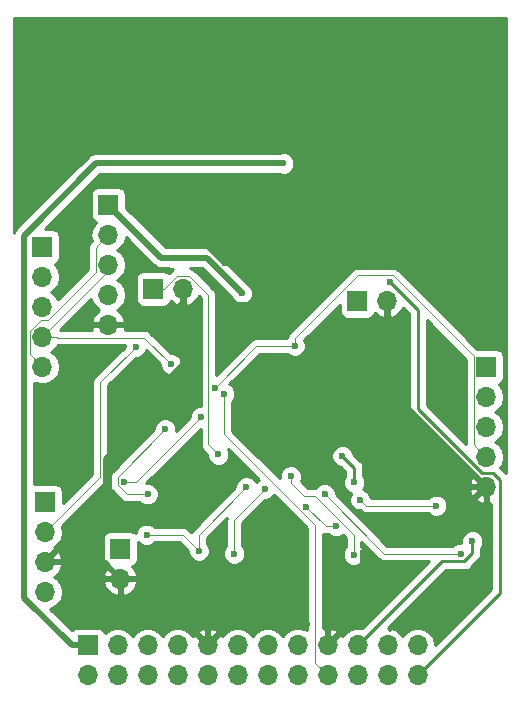
<source format=gbr>
G04 #@! TF.GenerationSoftware,KiCad,Pcbnew,(5.0.0-rc2-196-g73a8d2a9d)*
G04 #@! TF.CreationDate,2018-06-23T20:12:08-07:00*
G04 #@! TF.ProjectId,SMD_Lebowski,534D445F4C65626F77736B692E6B6963,rev?*
G04 #@! TF.SameCoordinates,Original*
G04 #@! TF.FileFunction,Copper,L2,Bot,Signal*
G04 #@! TF.FilePolarity,Positive*
%FSLAX46Y46*%
G04 Gerber Fmt 4.6, Leading zero omitted, Abs format (unit mm)*
G04 Created by KiCad (PCBNEW (5.0.0-rc2-196-g73a8d2a9d)) date Sat Jun 23 20:12:08 2018*
%MOMM*%
%LPD*%
G01*
G04 APERTURE LIST*
G04 #@! TA.AperFunction,ComponentPad*
%ADD10R,1.700000X1.700000*%
G04 #@! TD*
G04 #@! TA.AperFunction,ComponentPad*
%ADD11O,1.700000X1.700000*%
G04 #@! TD*
G04 #@! TA.AperFunction,ViaPad*
%ADD12C,0.600000*%
G04 #@! TD*
G04 #@! TA.AperFunction,ViaPad*
%ADD13C,3.000000*%
G04 #@! TD*
G04 #@! TA.AperFunction,Conductor*
%ADD14C,0.500000*%
G04 #@! TD*
G04 #@! TA.AperFunction,Conductor*
%ADD15C,0.250000*%
G04 #@! TD*
G04 #@! TA.AperFunction,Conductor*
%ADD16C,0.050000*%
G04 #@! TD*
G04 #@! TA.AperFunction,Conductor*
%ADD17C,0.254000*%
G04 #@! TD*
G04 APERTURE END LIST*
D10*
G04 #@! TO.P,P1,1*
G04 #@! TO.N,NRES*
X133096000Y-99060000D03*
D11*
G04 #@! TO.P,P1,2*
G04 #@! TO.N,+5V*
X133096000Y-101600000D03*
G04 #@! TO.P,P1,3*
G04 #@! TO.N,GND*
X133096000Y-104140000D03*
G04 #@! TO.P,P1,4*
G04 #@! TO.N,HALL2*
X133096000Y-106680000D03*
G04 #@! TO.P,P1,5*
G04 #@! TO.N,HALL1*
X133096000Y-109220000D03*
G04 #@! TD*
D10*
G04 #@! TO.P,P2,1*
G04 #@! TO.N,+5V*
X138684000Y-95504000D03*
D11*
G04 #@! TO.P,P2,2*
G04 #@! TO.N,HALL1*
X138684000Y-98044000D03*
G04 #@! TO.P,P2,3*
G04 #@! TO.N,HALL2*
X138684000Y-100584000D03*
G04 #@! TO.P,P2,4*
G04 #@! TO.N,HALL3*
X138684000Y-103124000D03*
G04 #@! TO.P,P2,5*
G04 #@! TO.N,GND*
X138684000Y-105664000D03*
G04 #@! TD*
D10*
G04 #@! TO.P,P3,1*
G04 #@! TO.N,+5V*
X170688000Y-109220000D03*
D11*
G04 #@! TO.P,P3,2*
G04 #@! TO.N,TH2*
X170688000Y-111760000D03*
G04 #@! TO.P,P3,3*
G04 #@! TO.N,TH1*
X170688000Y-114300000D03*
G04 #@! TO.P,P3,4*
G04 #@! TO.N,REV*
X170688000Y-116840000D03*
G04 #@! TO.P,P3,5*
G04 #@! TO.N,GND*
X170688000Y-119380000D03*
G04 #@! TD*
D10*
G04 #@! TO.P,P4,1*
G04 #@! TO.N,+15V*
X136930000Y-132790000D03*
D11*
G04 #@! TO.P,P4,2*
G04 #@! TO.N,+5V*
X136930000Y-135330000D03*
G04 #@! TO.P,P4,3*
G04 #@! TO.N,GLC*
X139470000Y-132790000D03*
G04 #@! TO.P,P4,4*
G04 #@! TO.N,GUC*
X139470000Y-135330000D03*
G04 #@! TO.P,P4,5*
G04 #@! TO.N,GLB*
X142010000Y-132790000D03*
G04 #@! TO.P,P4,6*
G04 #@! TO.N,GUB*
X142010000Y-135330000D03*
G04 #@! TO.P,P4,7*
G04 #@! TO.N,GLA*
X144550000Y-132790000D03*
G04 #@! TO.P,P4,8*
G04 #@! TO.N,GUA*
X144550000Y-135330000D03*
G04 #@! TO.P,P4,9*
G04 #@! TO.N,GND*
X147090000Y-132790000D03*
G04 #@! TO.P,P4,10*
G04 #@! TO.N,IA*
X147090000Y-135330000D03*
G04 #@! TO.P,P4,11*
G04 #@! TO.N,IB*
X149630000Y-132790000D03*
G04 #@! TO.P,P4,12*
G04 #@! TO.N,IC*
X149630000Y-135330000D03*
G04 #@! TO.P,P4,13*
G04 #@! TO.N,AFB*
X152170000Y-132790000D03*
G04 #@! TO.P,P4,14*
G04 #@! TO.N,BAT*
X152170000Y-135330000D03*
G04 #@! TO.P,P4,15*
G04 #@! TO.N,CFB*
X154710000Y-132790000D03*
G04 #@! TO.P,P4,16*
G04 #@! TO.N,BFB*
X154710000Y-135330000D03*
G04 #@! TO.P,P4,17*
G04 #@! TO.N,GND*
X157250000Y-132790000D03*
G04 #@! TO.P,P4,18*
G04 #@! TO.N,READY*
X157250000Y-135330000D03*
G04 #@! TO.P,P4,19*
G04 #@! TO.N,+5V*
X159790000Y-132790000D03*
G04 #@! TO.P,P4,20*
G04 #@! TO.N,TEMP*
X159790000Y-135330000D03*
G04 #@! TO.P,P4,21*
G04 #@! TO.N,GND*
X162330000Y-132790000D03*
G04 #@! TO.P,P4,22*
G04 #@! TO.N,Net-(P4-Pad22)*
X162330000Y-135330000D03*
G04 #@! TO.P,P4,23*
G04 #@! TO.N,Net-(P4-Pad23)*
X164870000Y-132790000D03*
G04 #@! TO.P,P4,24*
G04 #@! TO.N,BPOW*
X164870000Y-135330000D03*
G04 #@! TD*
D10*
G04 #@! TO.P,P5,1*
G04 #@! TO.N,RCAN*
X139700000Y-124610000D03*
D11*
G04 #@! TO.P,P5,2*
G04 #@! TO.N,GND*
X139700000Y-127150000D03*
G04 #@! TD*
D10*
G04 #@! TO.P,P7,1*
G04 #@! TO.N,NRES*
X142494000Y-102616000D03*
D11*
G04 #@! TO.P,P7,2*
G04 #@! TO.N,GND*
X145034000Y-102616000D03*
G04 #@! TD*
D10*
G04 #@! TO.P,P8,1*
G04 #@! TO.N,SETUP*
X159766000Y-103632000D03*
D11*
G04 #@! TO.P,P8,2*
G04 #@! TO.N,GND*
X162306000Y-103632000D03*
G04 #@! TD*
D10*
G04 #@! TO.P,P6,1*
G04 #@! TO.N,Net-(P6-Pad1)*
X133350000Y-120650000D03*
D11*
G04 #@! TO.P,P6,2*
G04 #@! TO.N,Net-(P6-Pad2)*
X133350000Y-123190000D03*
G04 #@! TO.P,P6,3*
G04 #@! TO.N,GND*
X133350000Y-125730000D03*
G04 #@! TO.P,P6,4*
G04 #@! TO.N,N/C*
X133350000Y-128270000D03*
G04 #@! TD*
D12*
G04 #@! TO.N,+5V*
X150000000Y-103000000D03*
X144000000Y-100000000D03*
X159500000Y-119000000D03*
X158500000Y-116772500D03*
X169500000Y-124000000D03*
D13*
G04 #@! TO.N,GND*
X165960000Y-92210000D03*
D12*
X150000000Y-90500000D03*
X142000000Y-81500000D03*
X148530331Y-100469669D03*
X143448962Y-95449963D03*
X143500000Y-91000000D03*
X149988497Y-104018928D03*
X164000000Y-117000000D03*
X163500000Y-114500000D03*
X137000000Y-121000000D03*
X140500000Y-115000000D03*
X155340001Y-123595232D03*
X150500000Y-122500000D03*
X160230108Y-124947703D03*
X163000000Y-124000000D03*
X160000000Y-121500000D03*
X155511232Y-131011232D03*
X135500000Y-111500000D03*
X166500000Y-111000000D03*
G04 #@! TO.N,Net-(C2-Pad1)*
X149340000Y-125025000D03*
X151950000Y-119560000D03*
G04 #@! TO.N,Net-(C10-Pad1)*
X141920000Y-123430000D03*
X146350000Y-124800000D03*
X150360000Y-119410000D03*
G04 #@! TO.N,+15V*
X153500000Y-92000000D03*
G04 #@! TO.N,AFB*
X157950000Y-122725000D03*
X155450000Y-121075000D03*
G04 #@! TO.N,BFB*
X160000000Y-120500000D03*
X166447999Y-120973998D03*
G04 #@! TO.N,CFB*
X159450000Y-125125000D03*
X154125000Y-118500000D03*
G04 #@! TO.N,BAT*
X168500000Y-125040002D03*
X157000000Y-120000000D03*
G04 #@! TO.N,NRES*
X148000000Y-116641000D03*
G04 #@! TO.N,HALL2*
X144000000Y-109000000D03*
G04 #@! TO.N,REV*
X147675000Y-111000000D03*
X154475000Y-107450000D03*
G04 #@! TO.N,READY*
X148500000Y-111500000D03*
G04 #@! TO.N,BPOW*
X162500000Y-102000000D03*
G04 #@! TO.N,RCAN*
X142000000Y-120000000D03*
X143500000Y-114500000D03*
G04 #@! TO.N,Net-(P6-Pad2)*
X141000000Y-107500000D03*
G04 #@! TO.N,TCAN*
X140000000Y-119000000D03*
X146500000Y-113500000D03*
G04 #@! TD*
D14*
G04 #@! TO.N,+5V*
X150000000Y-103000000D02*
X147000000Y-100000000D01*
X147000000Y-100000000D02*
X144000000Y-100000000D01*
X143180000Y-100000000D02*
X138684000Y-95504000D01*
X144000000Y-100000000D02*
X143180000Y-100000000D01*
D15*
X169500000Y-124965004D02*
X169500000Y-124000000D01*
X168800001Y-125665003D02*
X169500000Y-124965004D01*
X159790000Y-132790000D02*
X166914997Y-125665003D01*
X166914997Y-125665003D02*
X168800001Y-125665003D01*
X159500000Y-117772500D02*
X158500000Y-116772500D01*
X159500000Y-119000000D02*
X159500000Y-117772500D01*
D14*
G04 #@! TO.N,GND*
X162306000Y-110998000D02*
X162306000Y-103632000D01*
X170688000Y-119380000D02*
X162306000Y-110998000D01*
X139886081Y-105664000D02*
X138684000Y-105664000D01*
X143188081Y-105664000D02*
X139886081Y-105664000D01*
X145034000Y-103818081D02*
X143188081Y-105664000D01*
X138280000Y-125730000D02*
X139700000Y-127150000D01*
X133350000Y-125730000D02*
X138280000Y-125730000D01*
X150000000Y-90500000D02*
X150000000Y-89500000D01*
X150000000Y-89500000D02*
X142000000Y-81500000D01*
X148530331Y-100469669D02*
X143510625Y-95449963D01*
X143510625Y-95449963D02*
X143448962Y-95449963D01*
X150000000Y-90500000D02*
X144000000Y-90500000D01*
X144000000Y-90500000D02*
X143500000Y-91000000D01*
X164250000Y-90500000D02*
X150000000Y-90500000D01*
X165960000Y-92210000D02*
X164250000Y-90500000D01*
X165960000Y-92210000D02*
X154151072Y-104018928D01*
X154151072Y-104018928D02*
X149988497Y-104018928D01*
X166380000Y-119380000D02*
X170688000Y-119380000D01*
X164000000Y-117000000D02*
X166380000Y-119380000D01*
X164000000Y-117000000D02*
X164000000Y-115000000D01*
X164000000Y-115000000D02*
X163500000Y-114500000D01*
X141450000Y-127150000D02*
X147090000Y-132790000D01*
X139700000Y-127150000D02*
X141450000Y-127150000D01*
X133350000Y-125730000D02*
X137000000Y-122080000D01*
X137000000Y-122080000D02*
X137000000Y-121000000D01*
X138475010Y-117024990D02*
X140500000Y-115000000D01*
X137000000Y-121000000D02*
X138475010Y-119524990D01*
X138475010Y-119524990D02*
X138475010Y-117024990D01*
X145034000Y-103818081D02*
X145034000Y-102616000D01*
X145034000Y-109076002D02*
X145034000Y-103818081D01*
X140500000Y-113610002D02*
X145034000Y-109076002D01*
X140500000Y-115000000D02*
X140500000Y-113610002D01*
X147090000Y-132790000D02*
X155340001Y-124539999D01*
X155340001Y-124539999D02*
X155340001Y-123595232D01*
X151595232Y-123595232D02*
X155340001Y-123595232D01*
X150500000Y-122500000D02*
X151595232Y-123595232D01*
X157250000Y-132790000D02*
X160230108Y-129809892D01*
X160230108Y-129809892D02*
X160230108Y-124947703D01*
X163000000Y-124000000D02*
X162500000Y-124000000D01*
X162500000Y-124000000D02*
X160000000Y-121500000D01*
X166068000Y-124000000D02*
X170688000Y-119380000D01*
X163000000Y-124000000D02*
X166068000Y-124000000D01*
X148868768Y-131011232D02*
X147090000Y-132790000D01*
X155511232Y-131011232D02*
X148868768Y-131011232D01*
D16*
G04 #@! TO.N,Net-(C2-Pad1)*
X149340000Y-125025000D02*
X149340000Y-122170000D01*
X149340000Y-122170000D02*
X151950000Y-119560000D01*
G04 #@! TO.N,Net-(C10-Pad1)*
X141920000Y-123430000D02*
X144980000Y-123430000D01*
X144980000Y-123430000D02*
X146350000Y-124800000D01*
X146350000Y-124800000D02*
X146350000Y-123420000D01*
X146350000Y-123420000D02*
X150360000Y-119410000D01*
D14*
G04 #@! TO.N,+15V*
X137645998Y-92000000D02*
X153500000Y-92000000D01*
X131545989Y-98100009D02*
X137645998Y-92000000D01*
X131545989Y-128755989D02*
X131545989Y-98100009D01*
X136930000Y-132790000D02*
X135580000Y-132790000D01*
X135580000Y-132790000D02*
X131545989Y-128755989D01*
D16*
G04 #@! TO.N,AFB*
X157950000Y-122725000D02*
X157100000Y-122725000D01*
X157100000Y-122725000D02*
X155450000Y-121075000D01*
G04 #@! TO.N,BFB*
X160000000Y-120500000D02*
X160473998Y-120973998D01*
X160473998Y-120973998D02*
X166447999Y-120973998D01*
G04 #@! TO.N,CFB*
X159450000Y-123447998D02*
X156177002Y-120175000D01*
X159450000Y-125125000D02*
X159450000Y-123447998D01*
X156177002Y-120175000D02*
X155275000Y-120175000D01*
X155275000Y-120175000D02*
X154125000Y-119025000D01*
X154125000Y-119025000D02*
X154125000Y-118500000D01*
G04 #@! TO.N,BAT*
X168500000Y-125040002D02*
X162040002Y-125040002D01*
X162040002Y-125040002D02*
X157000000Y-120000000D01*
G04 #@! TO.N,NRES*
X143394000Y-102616000D02*
X142494000Y-102616000D01*
X144469001Y-101540999D02*
X143394000Y-102616000D01*
X147149999Y-103140997D02*
X145550001Y-101540999D01*
X145550001Y-101540999D02*
X144469001Y-101540999D01*
X147149999Y-115790999D02*
X147149999Y-103140997D01*
X148000000Y-116641000D02*
X147149999Y-115790999D01*
G04 #@! TO.N,HALL2*
X138684000Y-101092000D02*
X138684000Y-100584000D01*
X133096000Y-106680000D02*
X138684000Y-101092000D01*
X134298081Y-106680000D02*
X133096000Y-106680000D01*
X134357082Y-106739001D02*
X134298081Y-106680000D01*
X141739001Y-106739001D02*
X134357082Y-106739001D01*
X144000000Y-109000000D02*
X141739001Y-106739001D01*
G04 #@! TO.N,HALL1*
X137834001Y-98893999D02*
X138684000Y-98044000D01*
X137608999Y-99119001D02*
X137834001Y-98893999D01*
X137608999Y-101218003D02*
X137608999Y-99119001D01*
X133612001Y-105215001D02*
X137608999Y-101218003D01*
X132969997Y-105215001D02*
X133612001Y-105215001D01*
X132020999Y-106163999D02*
X132969997Y-105215001D01*
X132020999Y-108144999D02*
X132020999Y-106163999D01*
X133096000Y-109220000D02*
X132020999Y-108144999D01*
G04 #@! TO.N,REV*
X147675000Y-111000000D02*
X151225000Y-107450000D01*
X151225000Y-107450000D02*
X154475000Y-107450000D01*
X169838001Y-115990001D02*
X170688000Y-116840000D01*
X169612999Y-115764999D02*
X169838001Y-115990001D01*
X169612999Y-108335997D02*
X169612999Y-115764999D01*
X162752001Y-101474999D02*
X169612999Y-108335997D01*
X159817999Y-101474999D02*
X162752001Y-101474999D01*
X154475000Y-106817998D02*
X159817999Y-101474999D01*
X154475000Y-107450000D02*
X154475000Y-106817998D01*
G04 #@! TO.N,READY*
X148500000Y-114902002D02*
X148500000Y-111500000D01*
X156174999Y-122577001D02*
X148500000Y-114902002D01*
X157250000Y-135330000D02*
X156174999Y-134254999D01*
X156174999Y-134254999D02*
X156174999Y-122577001D01*
D15*
G04 #@! TO.N,BPOW*
X164870000Y-135330000D02*
X171863001Y-128336999D01*
X171863001Y-128336999D02*
X171863001Y-118815999D01*
X171863001Y-118815999D02*
X171252001Y-118204999D01*
X171252001Y-118204999D02*
X170326185Y-118204999D01*
X164870000Y-104370000D02*
X162500000Y-102000000D01*
X170326185Y-118204999D02*
X164870000Y-112748814D01*
X164870000Y-112748814D02*
X164870000Y-104370000D01*
D16*
G04 #@! TO.N,RCAN*
X139474999Y-118525001D02*
X143500000Y-114500000D01*
X139474999Y-119252001D02*
X139474999Y-118525001D01*
X142000000Y-120000000D02*
X140222998Y-120000000D01*
X140222998Y-120000000D02*
X139474999Y-119252001D01*
G04 #@! TO.N,Net-(P6-Pad2)*
X138000000Y-110500000D02*
X141000000Y-107500000D01*
X133350000Y-123190000D02*
X138000000Y-118540000D01*
X138000000Y-118540000D02*
X138000000Y-110500000D01*
G04 #@! TO.N,TCAN*
X140000000Y-119000000D02*
X141000000Y-119000000D01*
X141000000Y-119000000D02*
X146500000Y-113500000D01*
G04 #@! TD*
D17*
G04 #@! TO.N,GND*
G36*
X142492577Y-100564156D02*
X142541951Y-100638049D01*
X142615844Y-100687423D01*
X142615845Y-100687424D01*
X142642672Y-100705349D01*
X142834690Y-100833652D01*
X143092835Y-100885000D01*
X143092839Y-100885000D01*
X143179999Y-100902337D01*
X143267159Y-100885000D01*
X143693306Y-100885000D01*
X143814017Y-100935000D01*
X144185983Y-100935000D01*
X144191224Y-100932829D01*
X144147050Y-100962345D01*
X144059893Y-101020582D01*
X143993168Y-101065166D01*
X143956348Y-101120271D01*
X143781799Y-101294820D01*
X143591765Y-101167843D01*
X143344000Y-101118560D01*
X141644000Y-101118560D01*
X141396235Y-101167843D01*
X141186191Y-101308191D01*
X141045843Y-101518235D01*
X140996560Y-101766000D01*
X140996560Y-103466000D01*
X141045843Y-103713765D01*
X141186191Y-103923809D01*
X141396235Y-104064157D01*
X141644000Y-104113440D01*
X143344000Y-104113440D01*
X143591765Y-104064157D01*
X143801809Y-103923809D01*
X143942157Y-103713765D01*
X143962739Y-103610292D01*
X144267076Y-103887645D01*
X144677110Y-104057476D01*
X144907000Y-103936155D01*
X144907000Y-102743000D01*
X144887000Y-102743000D01*
X144887000Y-102489000D01*
X144907000Y-102489000D01*
X144907000Y-102469000D01*
X145161000Y-102469000D01*
X145161000Y-102489000D01*
X145181000Y-102489000D01*
X145181000Y-102743000D01*
X145161000Y-102743000D01*
X145161000Y-103936155D01*
X145390890Y-104057476D01*
X145800924Y-103887645D01*
X146229183Y-103497358D01*
X146339045Y-103263424D01*
X146490000Y-103414379D01*
X146489999Y-112565000D01*
X146314017Y-112565000D01*
X145970365Y-112707345D01*
X145707345Y-112970365D01*
X145565000Y-113314017D01*
X145565000Y-113501619D01*
X144435000Y-114631619D01*
X144435000Y-114314017D01*
X144292655Y-113970365D01*
X144029635Y-113707345D01*
X143685983Y-113565000D01*
X143314017Y-113565000D01*
X142970365Y-113707345D01*
X142707345Y-113970365D01*
X142565000Y-114314017D01*
X142565000Y-114501619D01*
X139054272Y-118012348D01*
X138999167Y-118049168D01*
X138962347Y-118104273D01*
X138962345Y-118104275D01*
X138908529Y-118184817D01*
X138853294Y-118267482D01*
X138814999Y-118459998D01*
X138814999Y-118460003D01*
X138802070Y-118525001D01*
X138814999Y-118589999D01*
X138814999Y-119187003D01*
X138802070Y-119252001D01*
X138814999Y-119316999D01*
X138814999Y-119317003D01*
X138853293Y-119509519D01*
X138911942Y-119597294D01*
X138944959Y-119646706D01*
X138999166Y-119727833D01*
X139054272Y-119764654D01*
X139710345Y-120420728D01*
X139747165Y-120475833D01*
X139965479Y-120621706D01*
X140157995Y-120660000D01*
X140157999Y-120660000D01*
X140222997Y-120672929D01*
X140287995Y-120660000D01*
X141337710Y-120660000D01*
X141470365Y-120792655D01*
X141814017Y-120935000D01*
X142185983Y-120935000D01*
X142529635Y-120792655D01*
X142792655Y-120529635D01*
X142935000Y-120185983D01*
X142935000Y-119814017D01*
X142792655Y-119470365D01*
X142529635Y-119207345D01*
X142185983Y-119065000D01*
X141868380Y-119065000D01*
X146489999Y-114443382D01*
X146489999Y-115726001D01*
X146477070Y-115790999D01*
X146489999Y-115855997D01*
X146489999Y-115856001D01*
X146528293Y-116048517D01*
X146528294Y-116048518D01*
X146619973Y-116185725D01*
X146674166Y-116266831D01*
X146729272Y-116303652D01*
X147065000Y-116639380D01*
X147065000Y-116826983D01*
X147207345Y-117170635D01*
X147470365Y-117433655D01*
X147814017Y-117576000D01*
X148185983Y-117576000D01*
X148529635Y-117433655D01*
X148792655Y-117170635D01*
X148935000Y-116826983D01*
X148935000Y-116455017D01*
X148804444Y-116139826D01*
X151428566Y-118763948D01*
X151420365Y-118767345D01*
X151197963Y-118989747D01*
X151152655Y-118880365D01*
X150889635Y-118617345D01*
X150545983Y-118475000D01*
X150174017Y-118475000D01*
X149830365Y-118617345D01*
X149567345Y-118880365D01*
X149425000Y-119224017D01*
X149425000Y-119411619D01*
X145929273Y-122907347D01*
X145874168Y-122944167D01*
X145837348Y-122999272D01*
X145837346Y-122999274D01*
X145728295Y-123162481D01*
X145714618Y-123231238D01*
X145492655Y-123009275D01*
X145455833Y-122954167D01*
X145237519Y-122808294D01*
X145045003Y-122770000D01*
X145044998Y-122770000D01*
X144980000Y-122757071D01*
X144915002Y-122770000D01*
X142582290Y-122770000D01*
X142449635Y-122637345D01*
X142105983Y-122495000D01*
X141734017Y-122495000D01*
X141390365Y-122637345D01*
X141127345Y-122900365D01*
X140985000Y-123244017D01*
X140985000Y-123286950D01*
X140797765Y-123161843D01*
X140550000Y-123112560D01*
X138850000Y-123112560D01*
X138602235Y-123161843D01*
X138392191Y-123302191D01*
X138251843Y-123512235D01*
X138202560Y-123760000D01*
X138202560Y-125460000D01*
X138251843Y-125707765D01*
X138392191Y-125917809D01*
X138602235Y-126058157D01*
X138705708Y-126078739D01*
X138428355Y-126383076D01*
X138258524Y-126793110D01*
X138379845Y-127023000D01*
X139573000Y-127023000D01*
X139573000Y-127003000D01*
X139827000Y-127003000D01*
X139827000Y-127023000D01*
X141020155Y-127023000D01*
X141141476Y-126793110D01*
X140971645Y-126383076D01*
X140694292Y-126078739D01*
X140797765Y-126058157D01*
X141007809Y-125917809D01*
X141148157Y-125707765D01*
X141197440Y-125460000D01*
X141197440Y-124029730D01*
X141390365Y-124222655D01*
X141734017Y-124365000D01*
X142105983Y-124365000D01*
X142449635Y-124222655D01*
X142582290Y-124090000D01*
X144706620Y-124090000D01*
X145415000Y-124798381D01*
X145415000Y-124985983D01*
X145557345Y-125329635D01*
X145820365Y-125592655D01*
X146164017Y-125735000D01*
X146535983Y-125735000D01*
X146879635Y-125592655D01*
X147142655Y-125329635D01*
X147285000Y-124985983D01*
X147285000Y-124614017D01*
X147142655Y-124270365D01*
X147010000Y-124137710D01*
X147010000Y-123693380D01*
X148700267Y-122003113D01*
X148667071Y-122170000D01*
X148680001Y-122235003D01*
X148680000Y-124362710D01*
X148547345Y-124495365D01*
X148405000Y-124839017D01*
X148405000Y-125210983D01*
X148547345Y-125554635D01*
X148810365Y-125817655D01*
X149154017Y-125960000D01*
X149525983Y-125960000D01*
X149869635Y-125817655D01*
X150132655Y-125554635D01*
X150275000Y-125210983D01*
X150275000Y-124839017D01*
X150132655Y-124495365D01*
X150000000Y-124362710D01*
X150000000Y-122443380D01*
X151948381Y-120495000D01*
X152135983Y-120495000D01*
X152479635Y-120352655D01*
X152742655Y-120089635D01*
X152746052Y-120081434D01*
X155515000Y-122850383D01*
X155514999Y-131541890D01*
X155289418Y-131391161D01*
X154856256Y-131305000D01*
X154563744Y-131305000D01*
X154130582Y-131391161D01*
X153639375Y-131719375D01*
X153440000Y-132017761D01*
X153240625Y-131719375D01*
X152749418Y-131391161D01*
X152316256Y-131305000D01*
X152023744Y-131305000D01*
X151590582Y-131391161D01*
X151099375Y-131719375D01*
X150900000Y-132017761D01*
X150700625Y-131719375D01*
X150209418Y-131391161D01*
X149776256Y-131305000D01*
X149483744Y-131305000D01*
X149050582Y-131391161D01*
X148559375Y-131719375D01*
X148346157Y-132038478D01*
X148285183Y-131908642D01*
X147856924Y-131518355D01*
X147446890Y-131348524D01*
X147217000Y-131469845D01*
X147217000Y-132663000D01*
X147237000Y-132663000D01*
X147237000Y-132917000D01*
X147217000Y-132917000D01*
X147217000Y-132937000D01*
X146963000Y-132937000D01*
X146963000Y-132917000D01*
X146943000Y-132917000D01*
X146943000Y-132663000D01*
X146963000Y-132663000D01*
X146963000Y-131469845D01*
X146733110Y-131348524D01*
X146323076Y-131518355D01*
X145894817Y-131908642D01*
X145833843Y-132038478D01*
X145620625Y-131719375D01*
X145129418Y-131391161D01*
X144696256Y-131305000D01*
X144403744Y-131305000D01*
X143970582Y-131391161D01*
X143479375Y-131719375D01*
X143280000Y-132017761D01*
X143080625Y-131719375D01*
X142589418Y-131391161D01*
X142156256Y-131305000D01*
X141863744Y-131305000D01*
X141430582Y-131391161D01*
X140939375Y-131719375D01*
X140740000Y-132017761D01*
X140540625Y-131719375D01*
X140049418Y-131391161D01*
X139616256Y-131305000D01*
X139323744Y-131305000D01*
X138890582Y-131391161D01*
X138399375Y-131719375D01*
X138387184Y-131737619D01*
X138378157Y-131692235D01*
X138237809Y-131482191D01*
X138027765Y-131341843D01*
X137780000Y-131292560D01*
X136080000Y-131292560D01*
X135832235Y-131341843D01*
X135622191Y-131482191D01*
X135582769Y-131541190D01*
X133746752Y-129705173D01*
X133929418Y-129668839D01*
X134420625Y-129340625D01*
X134748839Y-128849418D01*
X134864092Y-128270000D01*
X134748839Y-127690582D01*
X134626100Y-127506890D01*
X138258524Y-127506890D01*
X138428355Y-127916924D01*
X138818642Y-128345183D01*
X139343108Y-128591486D01*
X139573000Y-128470819D01*
X139573000Y-127277000D01*
X139827000Y-127277000D01*
X139827000Y-128470819D01*
X140056892Y-128591486D01*
X140581358Y-128345183D01*
X140971645Y-127916924D01*
X141141476Y-127506890D01*
X141020155Y-127277000D01*
X139827000Y-127277000D01*
X139573000Y-127277000D01*
X138379845Y-127277000D01*
X138258524Y-127506890D01*
X134626100Y-127506890D01*
X134420625Y-127199375D01*
X134101522Y-126986157D01*
X134231358Y-126925183D01*
X134621645Y-126496924D01*
X134791476Y-126086890D01*
X134670155Y-125857000D01*
X133477000Y-125857000D01*
X133477000Y-125877000D01*
X133223000Y-125877000D01*
X133223000Y-125857000D01*
X133203000Y-125857000D01*
X133203000Y-125603000D01*
X133223000Y-125603000D01*
X133223000Y-125583000D01*
X133477000Y-125583000D01*
X133477000Y-125603000D01*
X134670155Y-125603000D01*
X134791476Y-125373110D01*
X134621645Y-124963076D01*
X134231358Y-124534817D01*
X134101522Y-124473843D01*
X134420625Y-124260625D01*
X134748839Y-123769418D01*
X134864092Y-123190000D01*
X134767746Y-122705634D01*
X138420730Y-119052651D01*
X138475832Y-119015833D01*
X138512651Y-118960730D01*
X138512654Y-118960727D01*
X138595188Y-118837206D01*
X138621706Y-118797519D01*
X138660000Y-118605003D01*
X138660000Y-118604999D01*
X138672929Y-118540001D01*
X138660000Y-118475003D01*
X138660000Y-110773380D01*
X140998381Y-108435000D01*
X141185983Y-108435000D01*
X141529635Y-108292655D01*
X141792655Y-108029635D01*
X141881577Y-107814957D01*
X143065000Y-108998381D01*
X143065000Y-109185983D01*
X143207345Y-109529635D01*
X143470365Y-109792655D01*
X143814017Y-109935000D01*
X144185983Y-109935000D01*
X144529635Y-109792655D01*
X144792655Y-109529635D01*
X144935000Y-109185983D01*
X144935000Y-108814017D01*
X144792655Y-108470365D01*
X144529635Y-108207345D01*
X144185983Y-108065000D01*
X143998381Y-108065000D01*
X142251655Y-106318275D01*
X142214834Y-106263168D01*
X141996520Y-106117295D01*
X141804004Y-106079001D01*
X141803999Y-106079001D01*
X141739001Y-106066072D01*
X141674003Y-106079001D01*
X140101407Y-106079001D01*
X140125476Y-106020890D01*
X140004155Y-105791000D01*
X138811000Y-105791000D01*
X138811000Y-105811000D01*
X138557000Y-105811000D01*
X138557000Y-105791000D01*
X137363845Y-105791000D01*
X137242524Y-106020890D01*
X137266593Y-106079001D01*
X134630379Y-106079001D01*
X137238839Y-103470542D01*
X137285161Y-103703418D01*
X137613375Y-104194625D01*
X137932478Y-104407843D01*
X137802642Y-104468817D01*
X137412355Y-104897076D01*
X137242524Y-105307110D01*
X137363845Y-105537000D01*
X138557000Y-105537000D01*
X138557000Y-105517000D01*
X138811000Y-105517000D01*
X138811000Y-105537000D01*
X140004155Y-105537000D01*
X140125476Y-105307110D01*
X139955645Y-104897076D01*
X139565358Y-104468817D01*
X139435522Y-104407843D01*
X139754625Y-104194625D01*
X140082839Y-103703418D01*
X140198092Y-103124000D01*
X140082839Y-102544582D01*
X139754625Y-102053375D01*
X139456239Y-101854000D01*
X139754625Y-101654625D01*
X140082839Y-101163418D01*
X140198092Y-100584000D01*
X140082839Y-100004582D01*
X139754625Y-99513375D01*
X139456239Y-99314000D01*
X139754625Y-99114625D01*
X140082839Y-98623418D01*
X140160651Y-98232229D01*
X142492577Y-100564156D01*
X142492577Y-100564156D01*
G37*
X142492577Y-100564156D02*
X142541951Y-100638049D01*
X142615844Y-100687423D01*
X142615845Y-100687424D01*
X142642672Y-100705349D01*
X142834690Y-100833652D01*
X143092835Y-100885000D01*
X143092839Y-100885000D01*
X143179999Y-100902337D01*
X143267159Y-100885000D01*
X143693306Y-100885000D01*
X143814017Y-100935000D01*
X144185983Y-100935000D01*
X144191224Y-100932829D01*
X144147050Y-100962345D01*
X144059893Y-101020582D01*
X143993168Y-101065166D01*
X143956348Y-101120271D01*
X143781799Y-101294820D01*
X143591765Y-101167843D01*
X143344000Y-101118560D01*
X141644000Y-101118560D01*
X141396235Y-101167843D01*
X141186191Y-101308191D01*
X141045843Y-101518235D01*
X140996560Y-101766000D01*
X140996560Y-103466000D01*
X141045843Y-103713765D01*
X141186191Y-103923809D01*
X141396235Y-104064157D01*
X141644000Y-104113440D01*
X143344000Y-104113440D01*
X143591765Y-104064157D01*
X143801809Y-103923809D01*
X143942157Y-103713765D01*
X143962739Y-103610292D01*
X144267076Y-103887645D01*
X144677110Y-104057476D01*
X144907000Y-103936155D01*
X144907000Y-102743000D01*
X144887000Y-102743000D01*
X144887000Y-102489000D01*
X144907000Y-102489000D01*
X144907000Y-102469000D01*
X145161000Y-102469000D01*
X145161000Y-102489000D01*
X145181000Y-102489000D01*
X145181000Y-102743000D01*
X145161000Y-102743000D01*
X145161000Y-103936155D01*
X145390890Y-104057476D01*
X145800924Y-103887645D01*
X146229183Y-103497358D01*
X146339045Y-103263424D01*
X146490000Y-103414379D01*
X146489999Y-112565000D01*
X146314017Y-112565000D01*
X145970365Y-112707345D01*
X145707345Y-112970365D01*
X145565000Y-113314017D01*
X145565000Y-113501619D01*
X144435000Y-114631619D01*
X144435000Y-114314017D01*
X144292655Y-113970365D01*
X144029635Y-113707345D01*
X143685983Y-113565000D01*
X143314017Y-113565000D01*
X142970365Y-113707345D01*
X142707345Y-113970365D01*
X142565000Y-114314017D01*
X142565000Y-114501619D01*
X139054272Y-118012348D01*
X138999167Y-118049168D01*
X138962347Y-118104273D01*
X138962345Y-118104275D01*
X138908529Y-118184817D01*
X138853294Y-118267482D01*
X138814999Y-118459998D01*
X138814999Y-118460003D01*
X138802070Y-118525001D01*
X138814999Y-118589999D01*
X138814999Y-119187003D01*
X138802070Y-119252001D01*
X138814999Y-119316999D01*
X138814999Y-119317003D01*
X138853293Y-119509519D01*
X138911942Y-119597294D01*
X138944959Y-119646706D01*
X138999166Y-119727833D01*
X139054272Y-119764654D01*
X139710345Y-120420728D01*
X139747165Y-120475833D01*
X139965479Y-120621706D01*
X140157995Y-120660000D01*
X140157999Y-120660000D01*
X140222997Y-120672929D01*
X140287995Y-120660000D01*
X141337710Y-120660000D01*
X141470365Y-120792655D01*
X141814017Y-120935000D01*
X142185983Y-120935000D01*
X142529635Y-120792655D01*
X142792655Y-120529635D01*
X142935000Y-120185983D01*
X142935000Y-119814017D01*
X142792655Y-119470365D01*
X142529635Y-119207345D01*
X142185983Y-119065000D01*
X141868380Y-119065000D01*
X146489999Y-114443382D01*
X146489999Y-115726001D01*
X146477070Y-115790999D01*
X146489999Y-115855997D01*
X146489999Y-115856001D01*
X146528293Y-116048517D01*
X146528294Y-116048518D01*
X146619973Y-116185725D01*
X146674166Y-116266831D01*
X146729272Y-116303652D01*
X147065000Y-116639380D01*
X147065000Y-116826983D01*
X147207345Y-117170635D01*
X147470365Y-117433655D01*
X147814017Y-117576000D01*
X148185983Y-117576000D01*
X148529635Y-117433655D01*
X148792655Y-117170635D01*
X148935000Y-116826983D01*
X148935000Y-116455017D01*
X148804444Y-116139826D01*
X151428566Y-118763948D01*
X151420365Y-118767345D01*
X151197963Y-118989747D01*
X151152655Y-118880365D01*
X150889635Y-118617345D01*
X150545983Y-118475000D01*
X150174017Y-118475000D01*
X149830365Y-118617345D01*
X149567345Y-118880365D01*
X149425000Y-119224017D01*
X149425000Y-119411619D01*
X145929273Y-122907347D01*
X145874168Y-122944167D01*
X145837348Y-122999272D01*
X145837346Y-122999274D01*
X145728295Y-123162481D01*
X145714618Y-123231238D01*
X145492655Y-123009275D01*
X145455833Y-122954167D01*
X145237519Y-122808294D01*
X145045003Y-122770000D01*
X145044998Y-122770000D01*
X144980000Y-122757071D01*
X144915002Y-122770000D01*
X142582290Y-122770000D01*
X142449635Y-122637345D01*
X142105983Y-122495000D01*
X141734017Y-122495000D01*
X141390365Y-122637345D01*
X141127345Y-122900365D01*
X140985000Y-123244017D01*
X140985000Y-123286950D01*
X140797765Y-123161843D01*
X140550000Y-123112560D01*
X138850000Y-123112560D01*
X138602235Y-123161843D01*
X138392191Y-123302191D01*
X138251843Y-123512235D01*
X138202560Y-123760000D01*
X138202560Y-125460000D01*
X138251843Y-125707765D01*
X138392191Y-125917809D01*
X138602235Y-126058157D01*
X138705708Y-126078739D01*
X138428355Y-126383076D01*
X138258524Y-126793110D01*
X138379845Y-127023000D01*
X139573000Y-127023000D01*
X139573000Y-127003000D01*
X139827000Y-127003000D01*
X139827000Y-127023000D01*
X141020155Y-127023000D01*
X141141476Y-126793110D01*
X140971645Y-126383076D01*
X140694292Y-126078739D01*
X140797765Y-126058157D01*
X141007809Y-125917809D01*
X141148157Y-125707765D01*
X141197440Y-125460000D01*
X141197440Y-124029730D01*
X141390365Y-124222655D01*
X141734017Y-124365000D01*
X142105983Y-124365000D01*
X142449635Y-124222655D01*
X142582290Y-124090000D01*
X144706620Y-124090000D01*
X145415000Y-124798381D01*
X145415000Y-124985983D01*
X145557345Y-125329635D01*
X145820365Y-125592655D01*
X146164017Y-125735000D01*
X146535983Y-125735000D01*
X146879635Y-125592655D01*
X147142655Y-125329635D01*
X147285000Y-124985983D01*
X147285000Y-124614017D01*
X147142655Y-124270365D01*
X147010000Y-124137710D01*
X147010000Y-123693380D01*
X148700267Y-122003113D01*
X148667071Y-122170000D01*
X148680001Y-122235003D01*
X148680000Y-124362710D01*
X148547345Y-124495365D01*
X148405000Y-124839017D01*
X148405000Y-125210983D01*
X148547345Y-125554635D01*
X148810365Y-125817655D01*
X149154017Y-125960000D01*
X149525983Y-125960000D01*
X149869635Y-125817655D01*
X150132655Y-125554635D01*
X150275000Y-125210983D01*
X150275000Y-124839017D01*
X150132655Y-124495365D01*
X150000000Y-124362710D01*
X150000000Y-122443380D01*
X151948381Y-120495000D01*
X152135983Y-120495000D01*
X152479635Y-120352655D01*
X152742655Y-120089635D01*
X152746052Y-120081434D01*
X155515000Y-122850383D01*
X155514999Y-131541890D01*
X155289418Y-131391161D01*
X154856256Y-131305000D01*
X154563744Y-131305000D01*
X154130582Y-131391161D01*
X153639375Y-131719375D01*
X153440000Y-132017761D01*
X153240625Y-131719375D01*
X152749418Y-131391161D01*
X152316256Y-131305000D01*
X152023744Y-131305000D01*
X151590582Y-131391161D01*
X151099375Y-131719375D01*
X150900000Y-132017761D01*
X150700625Y-131719375D01*
X150209418Y-131391161D01*
X149776256Y-131305000D01*
X149483744Y-131305000D01*
X149050582Y-131391161D01*
X148559375Y-131719375D01*
X148346157Y-132038478D01*
X148285183Y-131908642D01*
X147856924Y-131518355D01*
X147446890Y-131348524D01*
X147217000Y-131469845D01*
X147217000Y-132663000D01*
X147237000Y-132663000D01*
X147237000Y-132917000D01*
X147217000Y-132917000D01*
X147217000Y-132937000D01*
X146963000Y-132937000D01*
X146963000Y-132917000D01*
X146943000Y-132917000D01*
X146943000Y-132663000D01*
X146963000Y-132663000D01*
X146963000Y-131469845D01*
X146733110Y-131348524D01*
X146323076Y-131518355D01*
X145894817Y-131908642D01*
X145833843Y-132038478D01*
X145620625Y-131719375D01*
X145129418Y-131391161D01*
X144696256Y-131305000D01*
X144403744Y-131305000D01*
X143970582Y-131391161D01*
X143479375Y-131719375D01*
X143280000Y-132017761D01*
X143080625Y-131719375D01*
X142589418Y-131391161D01*
X142156256Y-131305000D01*
X141863744Y-131305000D01*
X141430582Y-131391161D01*
X140939375Y-131719375D01*
X140740000Y-132017761D01*
X140540625Y-131719375D01*
X140049418Y-131391161D01*
X139616256Y-131305000D01*
X139323744Y-131305000D01*
X138890582Y-131391161D01*
X138399375Y-131719375D01*
X138387184Y-131737619D01*
X138378157Y-131692235D01*
X138237809Y-131482191D01*
X138027765Y-131341843D01*
X137780000Y-131292560D01*
X136080000Y-131292560D01*
X135832235Y-131341843D01*
X135622191Y-131482191D01*
X135582769Y-131541190D01*
X133746752Y-129705173D01*
X133929418Y-129668839D01*
X134420625Y-129340625D01*
X134748839Y-128849418D01*
X134864092Y-128270000D01*
X134748839Y-127690582D01*
X134626100Y-127506890D01*
X138258524Y-127506890D01*
X138428355Y-127916924D01*
X138818642Y-128345183D01*
X139343108Y-128591486D01*
X139573000Y-128470819D01*
X139573000Y-127277000D01*
X139827000Y-127277000D01*
X139827000Y-128470819D01*
X140056892Y-128591486D01*
X140581358Y-128345183D01*
X140971645Y-127916924D01*
X141141476Y-127506890D01*
X141020155Y-127277000D01*
X139827000Y-127277000D01*
X139573000Y-127277000D01*
X138379845Y-127277000D01*
X138258524Y-127506890D01*
X134626100Y-127506890D01*
X134420625Y-127199375D01*
X134101522Y-126986157D01*
X134231358Y-126925183D01*
X134621645Y-126496924D01*
X134791476Y-126086890D01*
X134670155Y-125857000D01*
X133477000Y-125857000D01*
X133477000Y-125877000D01*
X133223000Y-125877000D01*
X133223000Y-125857000D01*
X133203000Y-125857000D01*
X133203000Y-125603000D01*
X133223000Y-125603000D01*
X133223000Y-125583000D01*
X133477000Y-125583000D01*
X133477000Y-125603000D01*
X134670155Y-125603000D01*
X134791476Y-125373110D01*
X134621645Y-124963076D01*
X134231358Y-124534817D01*
X134101522Y-124473843D01*
X134420625Y-124260625D01*
X134748839Y-123769418D01*
X134864092Y-123190000D01*
X134767746Y-122705634D01*
X138420730Y-119052651D01*
X138475832Y-119015833D01*
X138512651Y-118960730D01*
X138512654Y-118960727D01*
X138595188Y-118837206D01*
X138621706Y-118797519D01*
X138660000Y-118605003D01*
X138660000Y-118604999D01*
X138672929Y-118540001D01*
X138660000Y-118475003D01*
X138660000Y-110773380D01*
X140998381Y-108435000D01*
X141185983Y-108435000D01*
X141529635Y-108292655D01*
X141792655Y-108029635D01*
X141881577Y-107814957D01*
X143065000Y-108998381D01*
X143065000Y-109185983D01*
X143207345Y-109529635D01*
X143470365Y-109792655D01*
X143814017Y-109935000D01*
X144185983Y-109935000D01*
X144529635Y-109792655D01*
X144792655Y-109529635D01*
X144935000Y-109185983D01*
X144935000Y-108814017D01*
X144792655Y-108470365D01*
X144529635Y-108207345D01*
X144185983Y-108065000D01*
X143998381Y-108065000D01*
X142251655Y-106318275D01*
X142214834Y-106263168D01*
X141996520Y-106117295D01*
X141804004Y-106079001D01*
X141803999Y-106079001D01*
X141739001Y-106066072D01*
X141674003Y-106079001D01*
X140101407Y-106079001D01*
X140125476Y-106020890D01*
X140004155Y-105791000D01*
X138811000Y-105791000D01*
X138811000Y-105811000D01*
X138557000Y-105811000D01*
X138557000Y-105791000D01*
X137363845Y-105791000D01*
X137242524Y-106020890D01*
X137266593Y-106079001D01*
X134630379Y-106079001D01*
X137238839Y-103470542D01*
X137285161Y-103703418D01*
X137613375Y-104194625D01*
X137932478Y-104407843D01*
X137802642Y-104468817D01*
X137412355Y-104897076D01*
X137242524Y-105307110D01*
X137363845Y-105537000D01*
X138557000Y-105537000D01*
X138557000Y-105517000D01*
X138811000Y-105517000D01*
X138811000Y-105537000D01*
X140004155Y-105537000D01*
X140125476Y-105307110D01*
X139955645Y-104897076D01*
X139565358Y-104468817D01*
X139435522Y-104407843D01*
X139754625Y-104194625D01*
X140082839Y-103703418D01*
X140198092Y-103124000D01*
X140082839Y-102544582D01*
X139754625Y-102053375D01*
X139456239Y-101854000D01*
X139754625Y-101654625D01*
X140082839Y-101163418D01*
X140198092Y-100584000D01*
X140082839Y-100004582D01*
X139754625Y-99513375D01*
X139456239Y-99314000D01*
X139754625Y-99114625D01*
X140082839Y-98623418D01*
X140160651Y-98232229D01*
X142492577Y-100564156D01*
G36*
X156842481Y-123346706D02*
X157034997Y-123385000D01*
X157035001Y-123385000D01*
X157099999Y-123397929D01*
X157164997Y-123385000D01*
X157287710Y-123385000D01*
X157420365Y-123517655D01*
X157764017Y-123660000D01*
X158135983Y-123660000D01*
X158479635Y-123517655D01*
X158532956Y-123464334D01*
X158790001Y-123721380D01*
X158790000Y-124462710D01*
X158657345Y-124595365D01*
X158515000Y-124939017D01*
X158515000Y-125310983D01*
X158657345Y-125654635D01*
X158920365Y-125917655D01*
X159264017Y-126060000D01*
X159635983Y-126060000D01*
X159979635Y-125917655D01*
X160242655Y-125654635D01*
X160385000Y-125310983D01*
X160385000Y-124939017D01*
X160242655Y-124595365D01*
X160110000Y-124462710D01*
X160110000Y-124043381D01*
X161527349Y-125460730D01*
X161564169Y-125515835D01*
X161782483Y-125661708D01*
X161974999Y-125700002D01*
X161975003Y-125700002D01*
X162040001Y-125712931D01*
X162104999Y-125700002D01*
X165805195Y-125700002D01*
X160156408Y-131348791D01*
X159936256Y-131305000D01*
X159643744Y-131305000D01*
X159210582Y-131391161D01*
X158719375Y-131719375D01*
X158506157Y-132038478D01*
X158445183Y-131908642D01*
X158016924Y-131518355D01*
X157606890Y-131348524D01*
X157377000Y-131469845D01*
X157377000Y-132663000D01*
X157397000Y-132663000D01*
X157397000Y-132917000D01*
X157377000Y-132917000D01*
X157377000Y-132937000D01*
X157123000Y-132937000D01*
X157123000Y-132917000D01*
X157103000Y-132917000D01*
X157103000Y-132663000D01*
X157123000Y-132663000D01*
X157123000Y-131469845D01*
X156893110Y-131348524D01*
X156834999Y-131372593D01*
X156834999Y-123341707D01*
X156842481Y-123346706D01*
X156842481Y-123346706D01*
G37*
X156842481Y-123346706D02*
X157034997Y-123385000D01*
X157035001Y-123385000D01*
X157099999Y-123397929D01*
X157164997Y-123385000D01*
X157287710Y-123385000D01*
X157420365Y-123517655D01*
X157764017Y-123660000D01*
X158135983Y-123660000D01*
X158479635Y-123517655D01*
X158532956Y-123464334D01*
X158790001Y-123721380D01*
X158790000Y-124462710D01*
X158657345Y-124595365D01*
X158515000Y-124939017D01*
X158515000Y-125310983D01*
X158657345Y-125654635D01*
X158920365Y-125917655D01*
X159264017Y-126060000D01*
X159635983Y-126060000D01*
X159979635Y-125917655D01*
X160242655Y-125654635D01*
X160385000Y-125310983D01*
X160385000Y-124939017D01*
X160242655Y-124595365D01*
X160110000Y-124462710D01*
X160110000Y-124043381D01*
X161527349Y-125460730D01*
X161564169Y-125515835D01*
X161782483Y-125661708D01*
X161974999Y-125700002D01*
X161975003Y-125700002D01*
X162040001Y-125712931D01*
X162104999Y-125700002D01*
X165805195Y-125700002D01*
X160156408Y-131348791D01*
X159936256Y-131305000D01*
X159643744Y-131305000D01*
X159210582Y-131391161D01*
X158719375Y-131719375D01*
X158506157Y-132038478D01*
X158445183Y-131908642D01*
X158016924Y-131518355D01*
X157606890Y-131348524D01*
X157377000Y-131469845D01*
X157377000Y-132663000D01*
X157397000Y-132663000D01*
X157397000Y-132917000D01*
X157377000Y-132917000D01*
X157377000Y-132937000D01*
X157123000Y-132937000D01*
X157123000Y-132917000D01*
X157103000Y-132917000D01*
X157103000Y-132663000D01*
X157123000Y-132663000D01*
X157123000Y-131469845D01*
X156893110Y-131348524D01*
X156834999Y-131372593D01*
X156834999Y-123341707D01*
X156842481Y-123346706D01*
G36*
X162457000Y-132663000D02*
X162477000Y-132663000D01*
X162477000Y-132917000D01*
X162457000Y-132917000D01*
X162457000Y-132937000D01*
X162203000Y-132937000D01*
X162203000Y-132917000D01*
X162183000Y-132917000D01*
X162183000Y-132663000D01*
X162203000Y-132663000D01*
X162203000Y-132643000D01*
X162457000Y-132643000D01*
X162457000Y-132663000D01*
X162457000Y-132663000D01*
G37*
X162457000Y-132663000D02*
X162477000Y-132663000D01*
X162477000Y-132917000D01*
X162457000Y-132917000D01*
X162457000Y-132937000D01*
X162203000Y-132937000D01*
X162203000Y-132917000D01*
X162183000Y-132917000D01*
X162183000Y-132663000D01*
X162203000Y-132663000D01*
X162203000Y-132643000D01*
X162457000Y-132643000D01*
X162457000Y-132663000D01*
G36*
X162433000Y-103505000D02*
X162453000Y-103505000D01*
X162453000Y-103759000D01*
X162433000Y-103759000D01*
X162433000Y-104952155D01*
X162662890Y-105073476D01*
X163072924Y-104903645D01*
X163501183Y-104513358D01*
X163640948Y-104215749D01*
X164110001Y-104684803D01*
X164110000Y-112673967D01*
X164095112Y-112748814D01*
X164110000Y-112823661D01*
X164110000Y-112823665D01*
X164154096Y-113045350D01*
X164322071Y-113296743D01*
X164385530Y-113339145D01*
X169532269Y-118485885D01*
X169416355Y-118613076D01*
X169246524Y-119023110D01*
X169367845Y-119253000D01*
X170561000Y-119253000D01*
X170561000Y-119233000D01*
X170815000Y-119233000D01*
X170815000Y-119253000D01*
X170835000Y-119253000D01*
X170835000Y-119507000D01*
X170815000Y-119507000D01*
X170815000Y-120700819D01*
X171044892Y-120821486D01*
X171103002Y-120794196D01*
X171103001Y-128022197D01*
X166375980Y-132749219D01*
X166268839Y-132210582D01*
X165940625Y-131719375D01*
X165449418Y-131391161D01*
X165016256Y-131305000D01*
X164723744Y-131305000D01*
X164290582Y-131391161D01*
X163799375Y-131719375D01*
X163586157Y-132038478D01*
X163525183Y-131908642D01*
X163096924Y-131518355D01*
X162686890Y-131348524D01*
X162457002Y-131469844D01*
X162457002Y-131305000D01*
X162349801Y-131305000D01*
X167229800Y-126425003D01*
X168725154Y-126425003D01*
X168800001Y-126439891D01*
X168874848Y-126425003D01*
X168874853Y-126425003D01*
X169096538Y-126380907D01*
X169347930Y-126212932D01*
X169390332Y-126149473D01*
X169984473Y-125555333D01*
X170047929Y-125512933D01*
X170215904Y-125261541D01*
X170260000Y-125039856D01*
X170260000Y-125039852D01*
X170274888Y-124965005D01*
X170260000Y-124890158D01*
X170260000Y-124562290D01*
X170292655Y-124529635D01*
X170435000Y-124185983D01*
X170435000Y-123814017D01*
X170292655Y-123470365D01*
X170029635Y-123207345D01*
X169685983Y-123065000D01*
X169314017Y-123065000D01*
X168970365Y-123207345D01*
X168707345Y-123470365D01*
X168565000Y-123814017D01*
X168565000Y-124105002D01*
X168314017Y-124105002D01*
X167970365Y-124247347D01*
X167837710Y-124380002D01*
X162313383Y-124380002D01*
X157935000Y-120001620D01*
X157935000Y-119814017D01*
X157792655Y-119470365D01*
X157529635Y-119207345D01*
X157185983Y-119065000D01*
X156814017Y-119065000D01*
X156470365Y-119207345D01*
X156207345Y-119470365D01*
X156192902Y-119505234D01*
X156177002Y-119502071D01*
X156112004Y-119515000D01*
X155548381Y-119515000D01*
X154960230Y-118926850D01*
X155060000Y-118685983D01*
X155060000Y-118314017D01*
X154917655Y-117970365D01*
X154654635Y-117707345D01*
X154310983Y-117565000D01*
X153939017Y-117565000D01*
X153595365Y-117707345D01*
X153332345Y-117970365D01*
X153190000Y-118314017D01*
X153190000Y-118658621D01*
X151117896Y-116586517D01*
X157565000Y-116586517D01*
X157565000Y-116958483D01*
X157707345Y-117302135D01*
X157970365Y-117565155D01*
X158314017Y-117707500D01*
X158360199Y-117707500D01*
X158740001Y-118087302D01*
X158740000Y-118437710D01*
X158707345Y-118470365D01*
X158565000Y-118814017D01*
X158565000Y-119185983D01*
X158707345Y-119529635D01*
X158970365Y-119792655D01*
X159263595Y-119914115D01*
X159207345Y-119970365D01*
X159065000Y-120314017D01*
X159065000Y-120685983D01*
X159207345Y-121029635D01*
X159470365Y-121292655D01*
X159814017Y-121435000D01*
X159988255Y-121435000D01*
X159998165Y-121449831D01*
X160053270Y-121486651D01*
X160053271Y-121486652D01*
X160068863Y-121497070D01*
X160216479Y-121595704D01*
X160408995Y-121633998D01*
X160408999Y-121633998D01*
X160473997Y-121646927D01*
X160538995Y-121633998D01*
X165785709Y-121633998D01*
X165918364Y-121766653D01*
X166262016Y-121908998D01*
X166633982Y-121908998D01*
X166977634Y-121766653D01*
X167240654Y-121503633D01*
X167382999Y-121159981D01*
X167382999Y-120788015D01*
X167240654Y-120444363D01*
X166977634Y-120181343D01*
X166633982Y-120038998D01*
X166262016Y-120038998D01*
X165918364Y-120181343D01*
X165785709Y-120313998D01*
X160934992Y-120313998D01*
X160792655Y-119970365D01*
X160559180Y-119736890D01*
X169246524Y-119736890D01*
X169416355Y-120146924D01*
X169806642Y-120575183D01*
X170331108Y-120821486D01*
X170561000Y-120700819D01*
X170561000Y-119507000D01*
X169367845Y-119507000D01*
X169246524Y-119736890D01*
X160559180Y-119736890D01*
X160529635Y-119707345D01*
X160236405Y-119585885D01*
X160292655Y-119529635D01*
X160435000Y-119185983D01*
X160435000Y-118814017D01*
X160292655Y-118470365D01*
X160260000Y-118437710D01*
X160260000Y-117847348D01*
X160274888Y-117772500D01*
X160260000Y-117697652D01*
X160260000Y-117697648D01*
X160215904Y-117475963D01*
X160047929Y-117224571D01*
X159984473Y-117182171D01*
X159435000Y-116632699D01*
X159435000Y-116586517D01*
X159292655Y-116242865D01*
X159029635Y-115979845D01*
X158685983Y-115837500D01*
X158314017Y-115837500D01*
X157970365Y-115979845D01*
X157707345Y-116242865D01*
X157565000Y-116586517D01*
X151117896Y-116586517D01*
X149160000Y-114628622D01*
X149160000Y-112162290D01*
X149292655Y-112029635D01*
X149435000Y-111685983D01*
X149435000Y-111314017D01*
X149292655Y-110970365D01*
X149029635Y-110707345D01*
X148938701Y-110669679D01*
X151498381Y-108110000D01*
X153812710Y-108110000D01*
X153945365Y-108242655D01*
X154289017Y-108385000D01*
X154660983Y-108385000D01*
X155004635Y-108242655D01*
X155267655Y-107979635D01*
X155410000Y-107635983D01*
X155410000Y-107264017D01*
X155278890Y-106947488D01*
X158268560Y-103957819D01*
X158268560Y-104482000D01*
X158317843Y-104729765D01*
X158458191Y-104939809D01*
X158668235Y-105080157D01*
X158916000Y-105129440D01*
X160616000Y-105129440D01*
X160863765Y-105080157D01*
X161073809Y-104939809D01*
X161214157Y-104729765D01*
X161234739Y-104626292D01*
X161539076Y-104903645D01*
X161949110Y-105073476D01*
X162179000Y-104952155D01*
X162179000Y-103759000D01*
X162159000Y-103759000D01*
X162159000Y-103505000D01*
X162179000Y-103505000D01*
X162179000Y-103485000D01*
X162433000Y-103485000D01*
X162433000Y-103505000D01*
X162433000Y-103505000D01*
G37*
X162433000Y-103505000D02*
X162453000Y-103505000D01*
X162453000Y-103759000D01*
X162433000Y-103759000D01*
X162433000Y-104952155D01*
X162662890Y-105073476D01*
X163072924Y-104903645D01*
X163501183Y-104513358D01*
X163640948Y-104215749D01*
X164110001Y-104684803D01*
X164110000Y-112673967D01*
X164095112Y-112748814D01*
X164110000Y-112823661D01*
X164110000Y-112823665D01*
X164154096Y-113045350D01*
X164322071Y-113296743D01*
X164385530Y-113339145D01*
X169532269Y-118485885D01*
X169416355Y-118613076D01*
X169246524Y-119023110D01*
X169367845Y-119253000D01*
X170561000Y-119253000D01*
X170561000Y-119233000D01*
X170815000Y-119233000D01*
X170815000Y-119253000D01*
X170835000Y-119253000D01*
X170835000Y-119507000D01*
X170815000Y-119507000D01*
X170815000Y-120700819D01*
X171044892Y-120821486D01*
X171103002Y-120794196D01*
X171103001Y-128022197D01*
X166375980Y-132749219D01*
X166268839Y-132210582D01*
X165940625Y-131719375D01*
X165449418Y-131391161D01*
X165016256Y-131305000D01*
X164723744Y-131305000D01*
X164290582Y-131391161D01*
X163799375Y-131719375D01*
X163586157Y-132038478D01*
X163525183Y-131908642D01*
X163096924Y-131518355D01*
X162686890Y-131348524D01*
X162457002Y-131469844D01*
X162457002Y-131305000D01*
X162349801Y-131305000D01*
X167229800Y-126425003D01*
X168725154Y-126425003D01*
X168800001Y-126439891D01*
X168874848Y-126425003D01*
X168874853Y-126425003D01*
X169096538Y-126380907D01*
X169347930Y-126212932D01*
X169390332Y-126149473D01*
X169984473Y-125555333D01*
X170047929Y-125512933D01*
X170215904Y-125261541D01*
X170260000Y-125039856D01*
X170260000Y-125039852D01*
X170274888Y-124965005D01*
X170260000Y-124890158D01*
X170260000Y-124562290D01*
X170292655Y-124529635D01*
X170435000Y-124185983D01*
X170435000Y-123814017D01*
X170292655Y-123470365D01*
X170029635Y-123207345D01*
X169685983Y-123065000D01*
X169314017Y-123065000D01*
X168970365Y-123207345D01*
X168707345Y-123470365D01*
X168565000Y-123814017D01*
X168565000Y-124105002D01*
X168314017Y-124105002D01*
X167970365Y-124247347D01*
X167837710Y-124380002D01*
X162313383Y-124380002D01*
X157935000Y-120001620D01*
X157935000Y-119814017D01*
X157792655Y-119470365D01*
X157529635Y-119207345D01*
X157185983Y-119065000D01*
X156814017Y-119065000D01*
X156470365Y-119207345D01*
X156207345Y-119470365D01*
X156192902Y-119505234D01*
X156177002Y-119502071D01*
X156112004Y-119515000D01*
X155548381Y-119515000D01*
X154960230Y-118926850D01*
X155060000Y-118685983D01*
X155060000Y-118314017D01*
X154917655Y-117970365D01*
X154654635Y-117707345D01*
X154310983Y-117565000D01*
X153939017Y-117565000D01*
X153595365Y-117707345D01*
X153332345Y-117970365D01*
X153190000Y-118314017D01*
X153190000Y-118658621D01*
X151117896Y-116586517D01*
X157565000Y-116586517D01*
X157565000Y-116958483D01*
X157707345Y-117302135D01*
X157970365Y-117565155D01*
X158314017Y-117707500D01*
X158360199Y-117707500D01*
X158740001Y-118087302D01*
X158740000Y-118437710D01*
X158707345Y-118470365D01*
X158565000Y-118814017D01*
X158565000Y-119185983D01*
X158707345Y-119529635D01*
X158970365Y-119792655D01*
X159263595Y-119914115D01*
X159207345Y-119970365D01*
X159065000Y-120314017D01*
X159065000Y-120685983D01*
X159207345Y-121029635D01*
X159470365Y-121292655D01*
X159814017Y-121435000D01*
X159988255Y-121435000D01*
X159998165Y-121449831D01*
X160053270Y-121486651D01*
X160053271Y-121486652D01*
X160068863Y-121497070D01*
X160216479Y-121595704D01*
X160408995Y-121633998D01*
X160408999Y-121633998D01*
X160473997Y-121646927D01*
X160538995Y-121633998D01*
X165785709Y-121633998D01*
X165918364Y-121766653D01*
X166262016Y-121908998D01*
X166633982Y-121908998D01*
X166977634Y-121766653D01*
X167240654Y-121503633D01*
X167382999Y-121159981D01*
X167382999Y-120788015D01*
X167240654Y-120444363D01*
X166977634Y-120181343D01*
X166633982Y-120038998D01*
X166262016Y-120038998D01*
X165918364Y-120181343D01*
X165785709Y-120313998D01*
X160934992Y-120313998D01*
X160792655Y-119970365D01*
X160559180Y-119736890D01*
X169246524Y-119736890D01*
X169416355Y-120146924D01*
X169806642Y-120575183D01*
X170331108Y-120821486D01*
X170561000Y-120700819D01*
X170561000Y-119507000D01*
X169367845Y-119507000D01*
X169246524Y-119736890D01*
X160559180Y-119736890D01*
X160529635Y-119707345D01*
X160236405Y-119585885D01*
X160292655Y-119529635D01*
X160435000Y-119185983D01*
X160435000Y-118814017D01*
X160292655Y-118470365D01*
X160260000Y-118437710D01*
X160260000Y-117847348D01*
X160274888Y-117772500D01*
X160260000Y-117697652D01*
X160260000Y-117697648D01*
X160215904Y-117475963D01*
X160047929Y-117224571D01*
X159984473Y-117182171D01*
X159435000Y-116632699D01*
X159435000Y-116586517D01*
X159292655Y-116242865D01*
X159029635Y-115979845D01*
X158685983Y-115837500D01*
X158314017Y-115837500D01*
X157970365Y-115979845D01*
X157707345Y-116242865D01*
X157565000Y-116586517D01*
X151117896Y-116586517D01*
X149160000Y-114628622D01*
X149160000Y-112162290D01*
X149292655Y-112029635D01*
X149435000Y-111685983D01*
X149435000Y-111314017D01*
X149292655Y-110970365D01*
X149029635Y-110707345D01*
X148938701Y-110669679D01*
X151498381Y-108110000D01*
X153812710Y-108110000D01*
X153945365Y-108242655D01*
X154289017Y-108385000D01*
X154660983Y-108385000D01*
X155004635Y-108242655D01*
X155267655Y-107979635D01*
X155410000Y-107635983D01*
X155410000Y-107264017D01*
X155278890Y-106947488D01*
X158268560Y-103957819D01*
X158268560Y-104482000D01*
X158317843Y-104729765D01*
X158458191Y-104939809D01*
X158668235Y-105080157D01*
X158916000Y-105129440D01*
X160616000Y-105129440D01*
X160863765Y-105080157D01*
X161073809Y-104939809D01*
X161214157Y-104729765D01*
X161234739Y-104626292D01*
X161539076Y-104903645D01*
X161949110Y-105073476D01*
X162179000Y-104952155D01*
X162179000Y-103759000D01*
X162159000Y-103759000D01*
X162159000Y-103505000D01*
X162179000Y-103505000D01*
X162179000Y-103485000D01*
X162433000Y-103485000D01*
X162433000Y-103505000D01*
G36*
X140065000Y-107501619D02*
X137579273Y-109987347D01*
X137524168Y-110024167D01*
X137487348Y-110079272D01*
X137487346Y-110079274D01*
X137378295Y-110242481D01*
X137327071Y-110500000D01*
X137340001Y-110565003D01*
X137340000Y-118266619D01*
X134847440Y-120759180D01*
X134847440Y-119800000D01*
X134798157Y-119552235D01*
X134657809Y-119342191D01*
X134447765Y-119201843D01*
X134200000Y-119152560D01*
X132500000Y-119152560D01*
X132430989Y-119166287D01*
X132430989Y-110561648D01*
X132516582Y-110618839D01*
X132949744Y-110705000D01*
X133242256Y-110705000D01*
X133675418Y-110618839D01*
X134166625Y-110290625D01*
X134494839Y-109799418D01*
X134610092Y-109220000D01*
X134494839Y-108640582D01*
X134166625Y-108149375D01*
X133868239Y-107950000D01*
X134166625Y-107750625D01*
X134398429Y-107403705D01*
X134422079Y-107399001D01*
X140065000Y-107399001D01*
X140065000Y-107501619D01*
X140065000Y-107501619D01*
G37*
X140065000Y-107501619D02*
X137579273Y-109987347D01*
X137524168Y-110024167D01*
X137487348Y-110079272D01*
X137487346Y-110079274D01*
X137378295Y-110242481D01*
X137327071Y-110500000D01*
X137340001Y-110565003D01*
X137340000Y-118266619D01*
X134847440Y-120759180D01*
X134847440Y-119800000D01*
X134798157Y-119552235D01*
X134657809Y-119342191D01*
X134447765Y-119201843D01*
X134200000Y-119152560D01*
X132500000Y-119152560D01*
X132430989Y-119166287D01*
X132430989Y-110561648D01*
X132516582Y-110618839D01*
X132949744Y-110705000D01*
X133242256Y-110705000D01*
X133675418Y-110618839D01*
X134166625Y-110290625D01*
X134494839Y-109799418D01*
X134610092Y-109220000D01*
X134494839Y-108640582D01*
X134166625Y-108149375D01*
X133868239Y-107950000D01*
X134166625Y-107750625D01*
X134398429Y-107403705D01*
X134422079Y-107399001D01*
X140065000Y-107399001D01*
X140065000Y-107501619D01*
G36*
X172315000Y-118193196D02*
X171868295Y-117746492D01*
X172086839Y-117419418D01*
X172202092Y-116840000D01*
X172086839Y-116260582D01*
X171758625Y-115769375D01*
X171460239Y-115570000D01*
X171758625Y-115370625D01*
X172086839Y-114879418D01*
X172202092Y-114300000D01*
X172086839Y-113720582D01*
X171758625Y-113229375D01*
X171460239Y-113030000D01*
X171758625Y-112830625D01*
X172086839Y-112339418D01*
X172202092Y-111760000D01*
X172086839Y-111180582D01*
X171758625Y-110689375D01*
X171740381Y-110677184D01*
X171785765Y-110668157D01*
X171995809Y-110527809D01*
X172136157Y-110317765D01*
X172185440Y-110070000D01*
X172185440Y-108370000D01*
X172136157Y-108122235D01*
X171995809Y-107912191D01*
X171785765Y-107771843D01*
X171538000Y-107722560D01*
X169932943Y-107722560D01*
X163264656Y-101054274D01*
X163227834Y-100999166D01*
X163009520Y-100853293D01*
X162817004Y-100814999D01*
X162816999Y-100814999D01*
X162752001Y-100802070D01*
X162687003Y-100814999D01*
X159882998Y-100814999D01*
X159817999Y-100802070D01*
X159753000Y-100814999D01*
X159752996Y-100814999D01*
X159560480Y-100853293D01*
X159400058Y-100960484D01*
X159342166Y-100999166D01*
X159305346Y-101054271D01*
X154054273Y-106305345D01*
X153999168Y-106342165D01*
X153962347Y-106397271D01*
X153962346Y-106397272D01*
X153945502Y-106422481D01*
X153853294Y-106560479D01*
X153815000Y-106752995D01*
X153815000Y-106753000D01*
X153807640Y-106790000D01*
X151289997Y-106790000D01*
X151224999Y-106777071D01*
X151160001Y-106790000D01*
X151159997Y-106790000D01*
X150967481Y-106828294D01*
X150749167Y-106974167D01*
X150712347Y-107029272D01*
X147809999Y-109931621D01*
X147809999Y-103205996D01*
X147822928Y-103140997D01*
X147809999Y-103075997D01*
X147809999Y-103075994D01*
X147771705Y-102883478D01*
X147771705Y-102883477D01*
X147662653Y-102720270D01*
X147662652Y-102720269D01*
X147625832Y-102665164D01*
X147570727Y-102628344D01*
X146062656Y-101120274D01*
X146025834Y-101065166D01*
X145807520Y-100919293D01*
X145635118Y-100885000D01*
X146633422Y-100885000D01*
X149157345Y-103408924D01*
X149207345Y-103529635D01*
X149470365Y-103792655D01*
X149814017Y-103935000D01*
X150185983Y-103935000D01*
X150529635Y-103792655D01*
X150792655Y-103529635D01*
X150935000Y-103185983D01*
X150935000Y-102814017D01*
X150792655Y-102470365D01*
X150529635Y-102207345D01*
X150408924Y-102157345D01*
X147687425Y-99435847D01*
X147638049Y-99361951D01*
X147345310Y-99166348D01*
X147087165Y-99115000D01*
X147087161Y-99115000D01*
X147000000Y-99097663D01*
X146912839Y-99115000D01*
X144306694Y-99115000D01*
X144185983Y-99065000D01*
X143814017Y-99065000D01*
X143693306Y-99115000D01*
X143546579Y-99115000D01*
X140181440Y-95749862D01*
X140181440Y-94654000D01*
X140132157Y-94406235D01*
X139991809Y-94196191D01*
X139781765Y-94055843D01*
X139534000Y-94006560D01*
X137834000Y-94006560D01*
X137586235Y-94055843D01*
X137376191Y-94196191D01*
X137235843Y-94406235D01*
X137186560Y-94654000D01*
X137186560Y-96354000D01*
X137235843Y-96601765D01*
X137376191Y-96811809D01*
X137586235Y-96952157D01*
X137631619Y-96961184D01*
X137613375Y-96973375D01*
X137285161Y-97464582D01*
X137169908Y-98044000D01*
X137266254Y-98528366D01*
X137188272Y-98606348D01*
X137133167Y-98643168D01*
X137096347Y-98698273D01*
X137096345Y-98698275D01*
X136987294Y-98861482D01*
X136936070Y-99119001D01*
X136949000Y-99184004D01*
X136948999Y-100944622D01*
X134412427Y-103481195D01*
X134367645Y-103373076D01*
X133977358Y-102944817D01*
X133847522Y-102883843D01*
X134166625Y-102670625D01*
X134494839Y-102179418D01*
X134610092Y-101600000D01*
X134494839Y-101020582D01*
X134166625Y-100529375D01*
X134148381Y-100517184D01*
X134193765Y-100508157D01*
X134403809Y-100367809D01*
X134544157Y-100157765D01*
X134593440Y-99910000D01*
X134593440Y-98210000D01*
X134544157Y-97962235D01*
X134403809Y-97752191D01*
X134193765Y-97611843D01*
X133946000Y-97562560D01*
X133335016Y-97562560D01*
X138012577Y-92885000D01*
X153193306Y-92885000D01*
X153314017Y-92935000D01*
X153685983Y-92935000D01*
X154029635Y-92792655D01*
X154292655Y-92529635D01*
X154435000Y-92185983D01*
X154435000Y-91814017D01*
X154292655Y-91470365D01*
X154029635Y-91207345D01*
X153685983Y-91065000D01*
X153314017Y-91065000D01*
X153193306Y-91115000D01*
X137733157Y-91115000D01*
X137645997Y-91097663D01*
X137558837Y-91115000D01*
X137558833Y-91115000D01*
X137300688Y-91166348D01*
X137300686Y-91166349D01*
X137300687Y-91166349D01*
X137081843Y-91312576D01*
X137081842Y-91312577D01*
X137007949Y-91361951D01*
X136958575Y-91435844D01*
X130981834Y-97412586D01*
X130907941Y-97461960D01*
X130858567Y-97535853D01*
X130858565Y-97535855D01*
X130712337Y-97754700D01*
X130685000Y-97892135D01*
X130685000Y-79685000D01*
X172315001Y-79685000D01*
X172315000Y-118193196D01*
X172315000Y-118193196D01*
G37*
X172315000Y-118193196D02*
X171868295Y-117746492D01*
X172086839Y-117419418D01*
X172202092Y-116840000D01*
X172086839Y-116260582D01*
X171758625Y-115769375D01*
X171460239Y-115570000D01*
X171758625Y-115370625D01*
X172086839Y-114879418D01*
X172202092Y-114300000D01*
X172086839Y-113720582D01*
X171758625Y-113229375D01*
X171460239Y-113030000D01*
X171758625Y-112830625D01*
X172086839Y-112339418D01*
X172202092Y-111760000D01*
X172086839Y-111180582D01*
X171758625Y-110689375D01*
X171740381Y-110677184D01*
X171785765Y-110668157D01*
X171995809Y-110527809D01*
X172136157Y-110317765D01*
X172185440Y-110070000D01*
X172185440Y-108370000D01*
X172136157Y-108122235D01*
X171995809Y-107912191D01*
X171785765Y-107771843D01*
X171538000Y-107722560D01*
X169932943Y-107722560D01*
X163264656Y-101054274D01*
X163227834Y-100999166D01*
X163009520Y-100853293D01*
X162817004Y-100814999D01*
X162816999Y-100814999D01*
X162752001Y-100802070D01*
X162687003Y-100814999D01*
X159882998Y-100814999D01*
X159817999Y-100802070D01*
X159753000Y-100814999D01*
X159752996Y-100814999D01*
X159560480Y-100853293D01*
X159400058Y-100960484D01*
X159342166Y-100999166D01*
X159305346Y-101054271D01*
X154054273Y-106305345D01*
X153999168Y-106342165D01*
X153962347Y-106397271D01*
X153962346Y-106397272D01*
X153945502Y-106422481D01*
X153853294Y-106560479D01*
X153815000Y-106752995D01*
X153815000Y-106753000D01*
X153807640Y-106790000D01*
X151289997Y-106790000D01*
X151224999Y-106777071D01*
X151160001Y-106790000D01*
X151159997Y-106790000D01*
X150967481Y-106828294D01*
X150749167Y-106974167D01*
X150712347Y-107029272D01*
X147809999Y-109931621D01*
X147809999Y-103205996D01*
X147822928Y-103140997D01*
X147809999Y-103075997D01*
X147809999Y-103075994D01*
X147771705Y-102883478D01*
X147771705Y-102883477D01*
X147662653Y-102720270D01*
X147662652Y-102720269D01*
X147625832Y-102665164D01*
X147570727Y-102628344D01*
X146062656Y-101120274D01*
X146025834Y-101065166D01*
X145807520Y-100919293D01*
X145635118Y-100885000D01*
X146633422Y-100885000D01*
X149157345Y-103408924D01*
X149207345Y-103529635D01*
X149470365Y-103792655D01*
X149814017Y-103935000D01*
X150185983Y-103935000D01*
X150529635Y-103792655D01*
X150792655Y-103529635D01*
X150935000Y-103185983D01*
X150935000Y-102814017D01*
X150792655Y-102470365D01*
X150529635Y-102207345D01*
X150408924Y-102157345D01*
X147687425Y-99435847D01*
X147638049Y-99361951D01*
X147345310Y-99166348D01*
X147087165Y-99115000D01*
X147087161Y-99115000D01*
X147000000Y-99097663D01*
X146912839Y-99115000D01*
X144306694Y-99115000D01*
X144185983Y-99065000D01*
X143814017Y-99065000D01*
X143693306Y-99115000D01*
X143546579Y-99115000D01*
X140181440Y-95749862D01*
X140181440Y-94654000D01*
X140132157Y-94406235D01*
X139991809Y-94196191D01*
X139781765Y-94055843D01*
X139534000Y-94006560D01*
X137834000Y-94006560D01*
X137586235Y-94055843D01*
X137376191Y-94196191D01*
X137235843Y-94406235D01*
X137186560Y-94654000D01*
X137186560Y-96354000D01*
X137235843Y-96601765D01*
X137376191Y-96811809D01*
X137586235Y-96952157D01*
X137631619Y-96961184D01*
X137613375Y-96973375D01*
X137285161Y-97464582D01*
X137169908Y-98044000D01*
X137266254Y-98528366D01*
X137188272Y-98606348D01*
X137133167Y-98643168D01*
X137096347Y-98698273D01*
X137096345Y-98698275D01*
X136987294Y-98861482D01*
X136936070Y-99119001D01*
X136949000Y-99184004D01*
X136948999Y-100944622D01*
X134412427Y-103481195D01*
X134367645Y-103373076D01*
X133977358Y-102944817D01*
X133847522Y-102883843D01*
X134166625Y-102670625D01*
X134494839Y-102179418D01*
X134610092Y-101600000D01*
X134494839Y-101020582D01*
X134166625Y-100529375D01*
X134148381Y-100517184D01*
X134193765Y-100508157D01*
X134403809Y-100367809D01*
X134544157Y-100157765D01*
X134593440Y-99910000D01*
X134593440Y-98210000D01*
X134544157Y-97962235D01*
X134403809Y-97752191D01*
X134193765Y-97611843D01*
X133946000Y-97562560D01*
X133335016Y-97562560D01*
X138012577Y-92885000D01*
X153193306Y-92885000D01*
X153314017Y-92935000D01*
X153685983Y-92935000D01*
X154029635Y-92792655D01*
X154292655Y-92529635D01*
X154435000Y-92185983D01*
X154435000Y-91814017D01*
X154292655Y-91470365D01*
X154029635Y-91207345D01*
X153685983Y-91065000D01*
X153314017Y-91065000D01*
X153193306Y-91115000D01*
X137733157Y-91115000D01*
X137645997Y-91097663D01*
X137558837Y-91115000D01*
X137558833Y-91115000D01*
X137300688Y-91166348D01*
X137300686Y-91166349D01*
X137300687Y-91166349D01*
X137081843Y-91312576D01*
X137081842Y-91312577D01*
X137007949Y-91361951D01*
X136958575Y-91435844D01*
X130981834Y-97412586D01*
X130907941Y-97461960D01*
X130858567Y-97535853D01*
X130858565Y-97535855D01*
X130712337Y-97754700D01*
X130685000Y-97892135D01*
X130685000Y-79685000D01*
X172315001Y-79685000D01*
X172315000Y-118193196D01*
G36*
X168952999Y-108609378D02*
X168953000Y-115699996D01*
X168943540Y-115747553D01*
X165630000Y-112434013D01*
X165630000Y-105286378D01*
X168952999Y-108609378D01*
X168952999Y-108609378D01*
G37*
X168952999Y-108609378D02*
X168953000Y-115699996D01*
X168943540Y-115747553D01*
X165630000Y-112434013D01*
X165630000Y-105286378D01*
X168952999Y-108609378D01*
G36*
X133223000Y-104013000D02*
X133243000Y-104013000D01*
X133243000Y-104267000D01*
X133223000Y-104267000D01*
X133223000Y-104287000D01*
X132969000Y-104287000D01*
X132969000Y-104267000D01*
X132949000Y-104267000D01*
X132949000Y-104013000D01*
X132969000Y-104013000D01*
X132969000Y-103993000D01*
X133223000Y-103993000D01*
X133223000Y-104013000D01*
X133223000Y-104013000D01*
G37*
X133223000Y-104013000D02*
X133243000Y-104013000D01*
X133243000Y-104267000D01*
X133223000Y-104267000D01*
X133223000Y-104287000D01*
X132969000Y-104287000D01*
X132969000Y-104267000D01*
X132949000Y-104267000D01*
X132949000Y-104013000D01*
X132969000Y-104013000D01*
X132969000Y-103993000D01*
X133223000Y-103993000D01*
X133223000Y-104013000D01*
G04 #@! TD*
M02*

</source>
